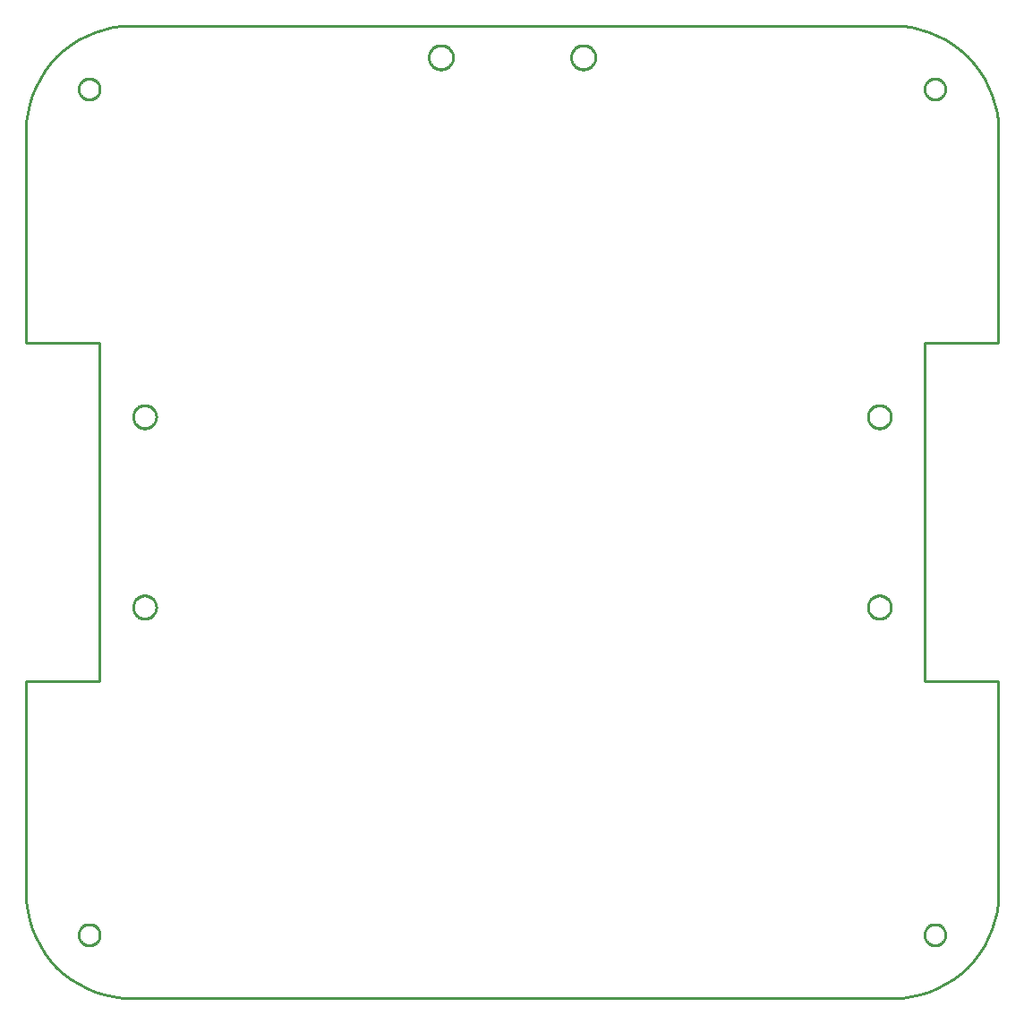
<source format=gbr>
G04 EAGLE Gerber RS-274X export*
G75*
%MOMM*%
%FSLAX34Y34*%
%LPD*%
%IN*%
%IPPOS*%
%AMOC8*
5,1,8,0,0,1.08239X$1,22.5*%
G01*
%ADD10C,0.254000*%


D10*
X0Y100000D02*
X381Y91284D01*
X1519Y82635D01*
X3407Y74118D01*
X6031Y65798D01*
X9369Y57738D01*
X13397Y50000D01*
X18085Y42642D01*
X23396Y35721D01*
X29289Y29289D01*
X35721Y23396D01*
X42642Y18085D01*
X50000Y13397D01*
X57738Y9369D01*
X65798Y6031D01*
X74118Y3407D01*
X82635Y1519D01*
X91284Y381D01*
X100000Y0D01*
X820000Y0D01*
X828716Y381D01*
X837365Y1519D01*
X845882Y3407D01*
X854202Y6031D01*
X862262Y9369D01*
X870000Y13397D01*
X877358Y18085D01*
X884279Y23396D01*
X890711Y29289D01*
X896604Y35721D01*
X901915Y42642D01*
X906603Y50000D01*
X910631Y57738D01*
X913969Y65798D01*
X916593Y74118D01*
X918481Y82635D01*
X919619Y91284D01*
X920000Y100000D01*
X920000Y300000D01*
X850000Y300000D01*
X850000Y620000D01*
X920000Y620000D01*
X920000Y820000D01*
X919619Y828716D01*
X918481Y837365D01*
X916593Y845882D01*
X913969Y854202D01*
X910631Y862262D01*
X906603Y870000D01*
X901915Y877358D01*
X896604Y884279D01*
X890711Y890711D01*
X884279Y896604D01*
X877358Y901915D01*
X870000Y906603D01*
X862262Y910631D01*
X854202Y913969D01*
X845882Y916593D01*
X837365Y918481D01*
X828716Y919619D01*
X820000Y920000D01*
X100000Y920000D01*
X91284Y919619D01*
X82635Y918481D01*
X74118Y916593D01*
X65798Y913969D01*
X57738Y910631D01*
X50000Y906603D01*
X42642Y901915D01*
X35721Y896604D01*
X29289Y890711D01*
X23396Y884279D01*
X18085Y877358D01*
X13397Y870000D01*
X9369Y862262D01*
X6031Y854202D01*
X3407Y845882D01*
X1519Y837365D01*
X381Y828716D01*
X0Y820000D01*
X0Y620000D01*
X70000Y620000D01*
X70000Y300000D01*
X0Y300000D01*
X0Y100000D01*
X70000Y859563D02*
X69924Y858694D01*
X69772Y857834D01*
X69546Y856990D01*
X69248Y856170D01*
X68879Y855378D01*
X68442Y854622D01*
X67941Y853907D01*
X67380Y853238D01*
X66762Y852620D01*
X66093Y852059D01*
X65378Y851558D01*
X64622Y851121D01*
X63830Y850752D01*
X63010Y850454D01*
X62166Y850228D01*
X61307Y850076D01*
X60437Y850000D01*
X59563Y850000D01*
X58694Y850076D01*
X57834Y850228D01*
X56990Y850454D01*
X56170Y850752D01*
X55378Y851121D01*
X54622Y851558D01*
X53907Y852059D01*
X53238Y852620D01*
X52620Y853238D01*
X52059Y853907D01*
X51558Y854622D01*
X51121Y855378D01*
X50752Y856170D01*
X50454Y856990D01*
X50228Y857834D01*
X50076Y858694D01*
X50000Y859563D01*
X50000Y860437D01*
X50076Y861307D01*
X50228Y862166D01*
X50454Y863010D01*
X50752Y863830D01*
X51121Y864622D01*
X51558Y865378D01*
X52059Y866093D01*
X52620Y866762D01*
X53238Y867380D01*
X53907Y867941D01*
X54622Y868442D01*
X55378Y868879D01*
X56170Y869248D01*
X56990Y869546D01*
X57834Y869772D01*
X58694Y869924D01*
X59563Y870000D01*
X60437Y870000D01*
X61307Y869924D01*
X62166Y869772D01*
X63010Y869546D01*
X63830Y869248D01*
X64622Y868879D01*
X65378Y868442D01*
X66093Y867941D01*
X66762Y867380D01*
X67380Y866762D01*
X67941Y866093D01*
X68442Y865378D01*
X68879Y864622D01*
X69248Y863830D01*
X69546Y863010D01*
X69772Y862166D01*
X69924Y861307D01*
X70000Y860437D01*
X70000Y859563D01*
X870000Y859563D02*
X869924Y858694D01*
X869772Y857834D01*
X869546Y856990D01*
X869248Y856170D01*
X868879Y855378D01*
X868442Y854622D01*
X867941Y853907D01*
X867380Y853238D01*
X866762Y852620D01*
X866093Y852059D01*
X865378Y851558D01*
X864622Y851121D01*
X863830Y850752D01*
X863010Y850454D01*
X862166Y850228D01*
X861307Y850076D01*
X860437Y850000D01*
X859563Y850000D01*
X858694Y850076D01*
X857834Y850228D01*
X856990Y850454D01*
X856170Y850752D01*
X855378Y851121D01*
X854622Y851558D01*
X853907Y852059D01*
X853238Y852620D01*
X852620Y853238D01*
X852059Y853907D01*
X851558Y854622D01*
X851121Y855378D01*
X850752Y856170D01*
X850454Y856990D01*
X850228Y857834D01*
X850076Y858694D01*
X850000Y859563D01*
X850000Y860437D01*
X850076Y861307D01*
X850228Y862166D01*
X850454Y863010D01*
X850752Y863830D01*
X851121Y864622D01*
X851558Y865378D01*
X852059Y866093D01*
X852620Y866762D01*
X853238Y867380D01*
X853907Y867941D01*
X854622Y868442D01*
X855378Y868879D01*
X856170Y869248D01*
X856990Y869546D01*
X857834Y869772D01*
X858694Y869924D01*
X859563Y870000D01*
X860437Y870000D01*
X861307Y869924D01*
X862166Y869772D01*
X863010Y869546D01*
X863830Y869248D01*
X864622Y868879D01*
X865378Y868442D01*
X866093Y867941D01*
X866762Y867380D01*
X867380Y866762D01*
X867941Y866093D01*
X868442Y865378D01*
X868879Y864622D01*
X869248Y863830D01*
X869546Y863010D01*
X869772Y862166D01*
X869924Y861307D01*
X870000Y860437D01*
X870000Y859563D01*
X70000Y59563D02*
X69924Y58694D01*
X69772Y57834D01*
X69546Y56990D01*
X69248Y56170D01*
X68879Y55378D01*
X68442Y54622D01*
X67941Y53907D01*
X67380Y53238D01*
X66762Y52620D01*
X66093Y52059D01*
X65378Y51558D01*
X64622Y51121D01*
X63830Y50752D01*
X63010Y50454D01*
X62166Y50228D01*
X61307Y50076D01*
X60437Y50000D01*
X59563Y50000D01*
X58694Y50076D01*
X57834Y50228D01*
X56990Y50454D01*
X56170Y50752D01*
X55378Y51121D01*
X54622Y51558D01*
X53907Y52059D01*
X53238Y52620D01*
X52620Y53238D01*
X52059Y53907D01*
X51558Y54622D01*
X51121Y55378D01*
X50752Y56170D01*
X50454Y56990D01*
X50228Y57834D01*
X50076Y58694D01*
X50000Y59563D01*
X50000Y60437D01*
X50076Y61307D01*
X50228Y62166D01*
X50454Y63010D01*
X50752Y63830D01*
X51121Y64622D01*
X51558Y65378D01*
X52059Y66093D01*
X52620Y66762D01*
X53238Y67380D01*
X53907Y67941D01*
X54622Y68442D01*
X55378Y68879D01*
X56170Y69248D01*
X56990Y69546D01*
X57834Y69772D01*
X58694Y69924D01*
X59563Y70000D01*
X60437Y70000D01*
X61307Y69924D01*
X62166Y69772D01*
X63010Y69546D01*
X63830Y69248D01*
X64622Y68879D01*
X65378Y68442D01*
X66093Y67941D01*
X66762Y67380D01*
X67380Y66762D01*
X67941Y66093D01*
X68442Y65378D01*
X68879Y64622D01*
X69248Y63830D01*
X69546Y63010D01*
X69772Y62166D01*
X69924Y61307D01*
X70000Y60437D01*
X70000Y59563D01*
X870000Y59563D02*
X869924Y58694D01*
X869772Y57834D01*
X869546Y56990D01*
X869248Y56170D01*
X868879Y55378D01*
X868442Y54622D01*
X867941Y53907D01*
X867380Y53238D01*
X866762Y52620D01*
X866093Y52059D01*
X865378Y51558D01*
X864622Y51121D01*
X863830Y50752D01*
X863010Y50454D01*
X862166Y50228D01*
X861307Y50076D01*
X860437Y50000D01*
X859563Y50000D01*
X858694Y50076D01*
X857834Y50228D01*
X856990Y50454D01*
X856170Y50752D01*
X855378Y51121D01*
X854622Y51558D01*
X853907Y52059D01*
X853238Y52620D01*
X852620Y53238D01*
X852059Y53907D01*
X851558Y54622D01*
X851121Y55378D01*
X850752Y56170D01*
X850454Y56990D01*
X850228Y57834D01*
X850076Y58694D01*
X850000Y59563D01*
X850000Y60437D01*
X850076Y61307D01*
X850228Y62166D01*
X850454Y63010D01*
X850752Y63830D01*
X851121Y64622D01*
X851558Y65378D01*
X852059Y66093D01*
X852620Y66762D01*
X853238Y67380D01*
X853907Y67941D01*
X854622Y68442D01*
X855378Y68879D01*
X856170Y69248D01*
X856990Y69546D01*
X857834Y69772D01*
X858694Y69924D01*
X859563Y70000D01*
X860437Y70000D01*
X861307Y69924D01*
X862166Y69772D01*
X863010Y69546D01*
X863830Y69248D01*
X864622Y68879D01*
X865378Y68442D01*
X866093Y67941D01*
X866762Y67380D01*
X867380Y66762D01*
X867941Y66093D01*
X868442Y65378D01*
X868879Y64622D01*
X869248Y63830D01*
X869546Y63010D01*
X869772Y62166D01*
X869924Y61307D01*
X870000Y60437D01*
X870000Y59563D01*
X123420Y549571D02*
X123353Y548716D01*
X123218Y547868D01*
X123018Y547034D01*
X122753Y546218D01*
X122425Y545425D01*
X122035Y544660D01*
X121587Y543929D01*
X121082Y543234D01*
X120525Y542582D01*
X119918Y541975D01*
X119266Y541418D01*
X118572Y540913D01*
X117840Y540465D01*
X117075Y540075D01*
X116283Y539747D01*
X115466Y539482D01*
X114632Y539282D01*
X113785Y539147D01*
X112929Y539080D01*
X112071Y539080D01*
X111216Y539147D01*
X110368Y539282D01*
X109534Y539482D01*
X108718Y539747D01*
X107925Y540075D01*
X107160Y540465D01*
X106429Y540913D01*
X105734Y541418D01*
X105082Y541975D01*
X104475Y542582D01*
X103918Y543234D01*
X103413Y543929D01*
X102965Y544660D01*
X102575Y545425D01*
X102247Y546218D01*
X101982Y547034D01*
X101782Y547868D01*
X101647Y548716D01*
X101580Y549571D01*
X101580Y550429D01*
X101647Y551285D01*
X101782Y552132D01*
X101982Y552966D01*
X102247Y553783D01*
X102575Y554575D01*
X102965Y555340D01*
X103413Y556072D01*
X103918Y556766D01*
X104475Y557418D01*
X105082Y558025D01*
X105734Y558582D01*
X106429Y559087D01*
X107160Y559535D01*
X107925Y559925D01*
X108718Y560253D01*
X109534Y560518D01*
X110368Y560718D01*
X111216Y560853D01*
X112071Y560920D01*
X112929Y560920D01*
X113785Y560853D01*
X114632Y560718D01*
X115466Y560518D01*
X116283Y560253D01*
X117075Y559925D01*
X117840Y559535D01*
X118572Y559087D01*
X119266Y558582D01*
X119918Y558025D01*
X120525Y557418D01*
X121082Y556766D01*
X121587Y556072D01*
X122035Y555340D01*
X122425Y554575D01*
X122753Y553783D01*
X123018Y552966D01*
X123218Y552132D01*
X123353Y551285D01*
X123420Y550429D01*
X123420Y549571D01*
X123420Y369571D02*
X123353Y368716D01*
X123218Y367868D01*
X123018Y367034D01*
X122753Y366218D01*
X122425Y365425D01*
X122035Y364660D01*
X121587Y363929D01*
X121082Y363234D01*
X120525Y362582D01*
X119918Y361975D01*
X119266Y361418D01*
X118572Y360913D01*
X117840Y360465D01*
X117075Y360075D01*
X116283Y359747D01*
X115466Y359482D01*
X114632Y359282D01*
X113785Y359147D01*
X112929Y359080D01*
X112071Y359080D01*
X111216Y359147D01*
X110368Y359282D01*
X109534Y359482D01*
X108718Y359747D01*
X107925Y360075D01*
X107160Y360465D01*
X106429Y360913D01*
X105734Y361418D01*
X105082Y361975D01*
X104475Y362582D01*
X103918Y363234D01*
X103413Y363929D01*
X102965Y364660D01*
X102575Y365425D01*
X102247Y366218D01*
X101982Y367034D01*
X101782Y367868D01*
X101647Y368716D01*
X101580Y369571D01*
X101580Y370429D01*
X101647Y371285D01*
X101782Y372132D01*
X101982Y372966D01*
X102247Y373783D01*
X102575Y374575D01*
X102965Y375340D01*
X103413Y376072D01*
X103918Y376766D01*
X104475Y377418D01*
X105082Y378025D01*
X105734Y378582D01*
X106429Y379087D01*
X107160Y379535D01*
X107925Y379925D01*
X108718Y380253D01*
X109534Y380518D01*
X110368Y380718D01*
X111216Y380853D01*
X112071Y380920D01*
X112929Y380920D01*
X113785Y380853D01*
X114632Y380718D01*
X115466Y380518D01*
X116283Y380253D01*
X117075Y379925D01*
X117840Y379535D01*
X118572Y379087D01*
X119266Y378582D01*
X119918Y378025D01*
X120525Y377418D01*
X121082Y376766D01*
X121587Y376072D01*
X122035Y375340D01*
X122425Y374575D01*
X122753Y373783D01*
X123018Y372966D01*
X123218Y372132D01*
X123353Y371285D01*
X123420Y370429D01*
X123420Y369571D01*
X818420Y549571D02*
X818353Y548716D01*
X818218Y547868D01*
X818018Y547034D01*
X817753Y546218D01*
X817425Y545425D01*
X817035Y544660D01*
X816587Y543929D01*
X816082Y543234D01*
X815525Y542582D01*
X814918Y541975D01*
X814266Y541418D01*
X813572Y540913D01*
X812840Y540465D01*
X812075Y540075D01*
X811283Y539747D01*
X810466Y539482D01*
X809632Y539282D01*
X808785Y539147D01*
X807929Y539080D01*
X807071Y539080D01*
X806216Y539147D01*
X805368Y539282D01*
X804534Y539482D01*
X803718Y539747D01*
X802925Y540075D01*
X802160Y540465D01*
X801429Y540913D01*
X800734Y541418D01*
X800082Y541975D01*
X799475Y542582D01*
X798918Y543234D01*
X798413Y543929D01*
X797965Y544660D01*
X797575Y545425D01*
X797247Y546218D01*
X796982Y547034D01*
X796782Y547868D01*
X796647Y548716D01*
X796580Y549571D01*
X796580Y550429D01*
X796647Y551285D01*
X796782Y552132D01*
X796982Y552966D01*
X797247Y553783D01*
X797575Y554575D01*
X797965Y555340D01*
X798413Y556072D01*
X798918Y556766D01*
X799475Y557418D01*
X800082Y558025D01*
X800734Y558582D01*
X801429Y559087D01*
X802160Y559535D01*
X802925Y559925D01*
X803718Y560253D01*
X804534Y560518D01*
X805368Y560718D01*
X806216Y560853D01*
X807071Y560920D01*
X807929Y560920D01*
X808785Y560853D01*
X809632Y560718D01*
X810466Y560518D01*
X811283Y560253D01*
X812075Y559925D01*
X812840Y559535D01*
X813572Y559087D01*
X814266Y558582D01*
X814918Y558025D01*
X815525Y557418D01*
X816082Y556766D01*
X816587Y556072D01*
X817035Y555340D01*
X817425Y554575D01*
X817753Y553783D01*
X818018Y552966D01*
X818218Y552132D01*
X818353Y551285D01*
X818420Y550429D01*
X818420Y549571D01*
X818420Y369571D02*
X818353Y368716D01*
X818218Y367868D01*
X818018Y367034D01*
X817753Y366218D01*
X817425Y365425D01*
X817035Y364660D01*
X816587Y363929D01*
X816082Y363234D01*
X815525Y362582D01*
X814918Y361975D01*
X814266Y361418D01*
X813572Y360913D01*
X812840Y360465D01*
X812075Y360075D01*
X811283Y359747D01*
X810466Y359482D01*
X809632Y359282D01*
X808785Y359147D01*
X807929Y359080D01*
X807071Y359080D01*
X806216Y359147D01*
X805368Y359282D01*
X804534Y359482D01*
X803718Y359747D01*
X802925Y360075D01*
X802160Y360465D01*
X801429Y360913D01*
X800734Y361418D01*
X800082Y361975D01*
X799475Y362582D01*
X798918Y363234D01*
X798413Y363929D01*
X797965Y364660D01*
X797575Y365425D01*
X797247Y366218D01*
X796982Y367034D01*
X796782Y367868D01*
X796647Y368716D01*
X796580Y369571D01*
X796580Y370429D01*
X796647Y371285D01*
X796782Y372132D01*
X796982Y372966D01*
X797247Y373783D01*
X797575Y374575D01*
X797965Y375340D01*
X798413Y376072D01*
X798918Y376766D01*
X799475Y377418D01*
X800082Y378025D01*
X800734Y378582D01*
X801429Y379087D01*
X802160Y379535D01*
X802925Y379925D01*
X803718Y380253D01*
X804534Y380518D01*
X805368Y380718D01*
X806216Y380853D01*
X807071Y380920D01*
X807929Y380920D01*
X808785Y380853D01*
X809632Y380718D01*
X810466Y380518D01*
X811283Y380253D01*
X812075Y379925D01*
X812840Y379535D01*
X813572Y379087D01*
X814266Y378582D01*
X814918Y378025D01*
X815525Y377418D01*
X816082Y376766D01*
X816587Y376072D01*
X817035Y375340D01*
X817425Y374575D01*
X817753Y373783D01*
X818018Y372966D01*
X818218Y372132D01*
X818353Y371285D01*
X818420Y370429D01*
X818420Y369571D01*
X538740Y889551D02*
X538670Y888656D01*
X538529Y887768D01*
X538319Y886895D01*
X538042Y886041D01*
X537698Y885211D01*
X537290Y884411D01*
X536821Y883645D01*
X536293Y882918D01*
X535710Y882235D01*
X535075Y881600D01*
X534392Y881017D01*
X533665Y880489D01*
X532899Y880020D01*
X532099Y879612D01*
X531269Y879268D01*
X530415Y878991D01*
X529542Y878781D01*
X528655Y878640D01*
X527759Y878570D01*
X526861Y878570D01*
X525966Y878640D01*
X525078Y878781D01*
X524205Y878991D01*
X523351Y879268D01*
X522521Y879612D01*
X521721Y880020D01*
X520955Y880489D01*
X520228Y881017D01*
X519545Y881600D01*
X518910Y882235D01*
X518327Y882918D01*
X517799Y883645D01*
X517330Y884411D01*
X516922Y885211D01*
X516578Y886041D01*
X516301Y886895D01*
X516091Y887768D01*
X515950Y888656D01*
X515880Y889551D01*
X515880Y890449D01*
X515950Y891345D01*
X516091Y892232D01*
X516301Y893105D01*
X516578Y893959D01*
X516922Y894789D01*
X517330Y895589D01*
X517799Y896355D01*
X518327Y897082D01*
X518910Y897765D01*
X519545Y898400D01*
X520228Y898983D01*
X520955Y899511D01*
X521721Y899980D01*
X522521Y900388D01*
X523351Y900732D01*
X524205Y901009D01*
X525078Y901219D01*
X525966Y901360D01*
X526861Y901430D01*
X527759Y901430D01*
X528655Y901360D01*
X529542Y901219D01*
X530415Y901009D01*
X531269Y900732D01*
X532099Y900388D01*
X532899Y899980D01*
X533665Y899511D01*
X534392Y898983D01*
X535075Y898400D01*
X535710Y897765D01*
X536293Y897082D01*
X536821Y896355D01*
X537290Y895589D01*
X537698Y894789D01*
X538042Y893959D01*
X538319Y893105D01*
X538529Y892232D01*
X538670Y891345D01*
X538740Y890449D01*
X538740Y889551D01*
X404120Y889551D02*
X404050Y888656D01*
X403909Y887768D01*
X403699Y886895D01*
X403422Y886041D01*
X403078Y885211D01*
X402670Y884411D01*
X402201Y883645D01*
X401673Y882918D01*
X401090Y882235D01*
X400455Y881600D01*
X399772Y881017D01*
X399045Y880489D01*
X398279Y880020D01*
X397479Y879612D01*
X396649Y879268D01*
X395795Y878991D01*
X394922Y878781D01*
X394035Y878640D01*
X393139Y878570D01*
X392241Y878570D01*
X391346Y878640D01*
X390458Y878781D01*
X389585Y878991D01*
X388731Y879268D01*
X387901Y879612D01*
X387101Y880020D01*
X386335Y880489D01*
X385608Y881017D01*
X384925Y881600D01*
X384290Y882235D01*
X383707Y882918D01*
X383179Y883645D01*
X382710Y884411D01*
X382302Y885211D01*
X381958Y886041D01*
X381681Y886895D01*
X381471Y887768D01*
X381330Y888656D01*
X381260Y889551D01*
X381260Y890449D01*
X381330Y891345D01*
X381471Y892232D01*
X381681Y893105D01*
X381958Y893959D01*
X382302Y894789D01*
X382710Y895589D01*
X383179Y896355D01*
X383707Y897082D01*
X384290Y897765D01*
X384925Y898400D01*
X385608Y898983D01*
X386335Y899511D01*
X387101Y899980D01*
X387901Y900388D01*
X388731Y900732D01*
X389585Y901009D01*
X390458Y901219D01*
X391346Y901360D01*
X392241Y901430D01*
X393139Y901430D01*
X394035Y901360D01*
X394922Y901219D01*
X395795Y901009D01*
X396649Y900732D01*
X397479Y900388D01*
X398279Y899980D01*
X399045Y899511D01*
X399772Y898983D01*
X400455Y898400D01*
X401090Y897765D01*
X401673Y897082D01*
X402201Y896355D01*
X402670Y895589D01*
X403078Y894789D01*
X403422Y893959D01*
X403699Y893105D01*
X403909Y892232D01*
X404050Y891345D01*
X404120Y890449D01*
X404120Y889551D01*
M02*

</source>
